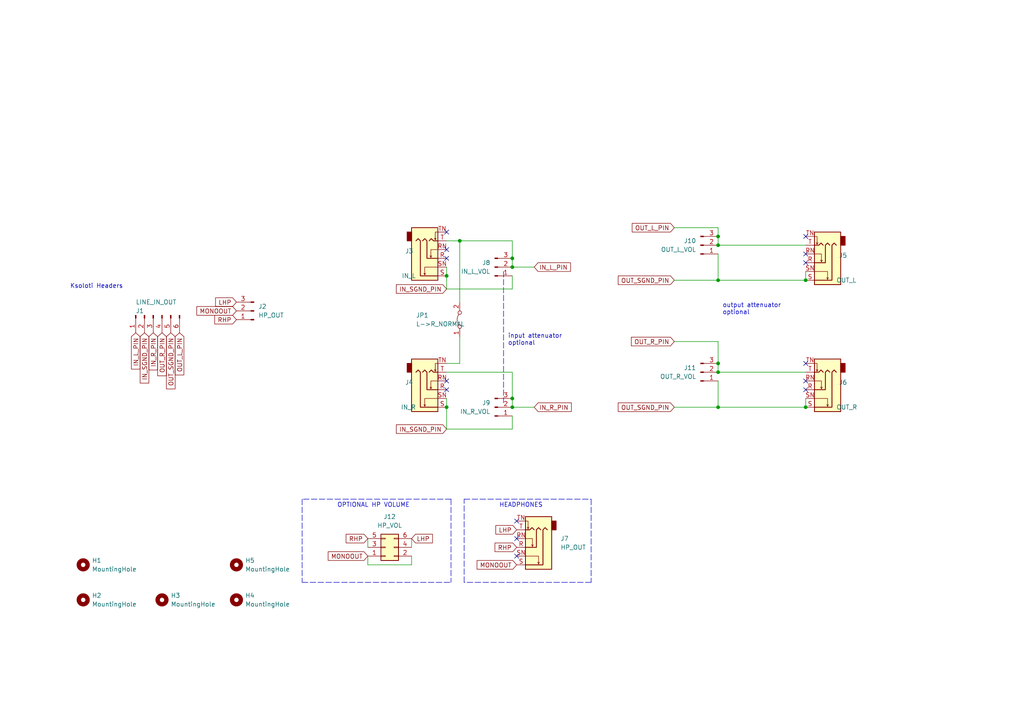
<source format=kicad_sch>
(kicad_sch (version 20211123) (generator eeschema)
  (paper "A4")
  (lib_symbols
    (symbol "Connector:AudioJack3_Switch"
      (property "Reference" "J" (at 0 11.43 0))
      (property "Value" "AudioJack3_Switch" (at 0 8.89 0))
      (symbol "AudioJack3_Switch_0_1"
        (rectangle (start -5.08 -5.08) (end -6.35 -7.62) (stroke (width 0.254)) (fill (type outline)))
        (polyline (pts (xy -1.27 4.826) (xy -1.016 4.318)))
        (polyline (pts (xy 0.508 -0.254) (xy 0.762 -0.762)))
        (polyline (pts (xy 1.778 -5.334) (xy 2.032 -5.842)))
        (polyline (pts (xy 0 -5.08) (xy 0.635 -5.715) (xy 1.27 -5.08) (xy 2.54 -5.08)) (stroke (width 0.254)))
        (polyline (pts (xy 2.54 -7.62) (xy 1.778 -7.62) (xy 1.778 -5.334) (xy 1.524 -5.842)))
        (polyline (pts (xy 2.54 -2.54) (xy 0.508 -2.54) (xy 0.508 -0.254) (xy 0.254 -0.762)))
        (polyline (pts (xy 2.54 2.54) (xy -1.27 2.54) (xy -1.27 4.826) (xy -1.524 4.318)))
        (polyline (pts (xy -1.905 -5.08) (xy -1.27 -5.715) (xy -0.635 -5.08) (xy -0.635 0) (xy 2.54 0)) (stroke (width 0.254)))
        (polyline (pts (xy 2.54 5.08) (xy -2.54 5.08) (xy -2.54 -5.08) (xy -3.175 -5.715) (xy -3.81 -5.08)) (stroke (width 0.254)))
        (rectangle (start 2.54 6.35) (end -5.08 -8.89) (stroke (width 0.254)) (fill (type background)))
      )
      (symbol "AudioJack3_Switch_1_1"
        (pin passive line (at 5.08 0 180) (length 2.54) (name "~") (number "R"))
        (pin passive line (at 5.08 -2.54 180) (length 2.54) (name "~") (number "RN"))
        (pin passive line (at 5.08 5.08 180) (length 2.54) (name "~") (number "S"))
        (pin passive line (at 5.08 2.54 180) (length 2.54) (name "~") (number "SN"))
        (pin passive line (at 5.08 -5.08 180) (length 2.54) (name "~") (number "T"))
        (pin passive line (at 5.08 -7.62 180) (length 2.54) (name "~") (number "TN"))
      )
    )
    (symbol "Connector:Conn_01x03_Male" (pin_names (offset 1.016) hide)
      (property "Reference" "J" (at 0 5.08 0))
      (property "Value" "Conn_01x03_Male" (at 0 -5.08 0))
      (symbol "Conn_01x03_Male_1_1"
        (polyline (pts (xy 1.27 -2.54) (xy 0.8636 -2.54)) (stroke (width 0.1524)))
        (polyline (pts (xy 1.27 0) (xy 0.8636 0)) (stroke (width 0.1524)))
        (polyline (pts (xy 1.27 2.54) (xy 0.8636 2.54)) (stroke (width 0.1524)))
        (rectangle (start 0.8636 -2.413) (end 0 -2.667) (stroke (width 0.1524)) (fill (type outline)))
        (rectangle (start 0.8636 0.127) (end 0 -0.127) (stroke (width 0.1524)) (fill (type outline)))
        (rectangle (start 0.8636 2.667) (end 0 2.413) (stroke (width 0.1524)) (fill (type outline)))
        (pin passive line (at 5.08 2.54 180) (length 3.81) (name "Pin_1") (number "1"))
        (pin passive line (at 5.08 0 180) (length 3.81) (name "Pin_2") (number "2"))
        (pin passive line (at 5.08 -2.54 180) (length 3.81) (name "Pin_3") (number "3"))
      )
    )
    (symbol "Connector:Conn_01x06_Male" (pin_names (offset 1.016) hide)
      (property "Reference" "J" (at 0 7.62 0))
      (property "Value" "Conn_01x06_Male" (at 0 -10.16 0))
      (symbol "Conn_01x06_Male_1_1"
        (polyline (pts (xy 1.27 -7.62) (xy 0.8636 -7.62)) (stroke (width 0.1524)))
        (polyline (pts (xy 1.27 -5.08) (xy 0.8636 -5.08)) (stroke (width 0.1524)))
        (polyline (pts (xy 1.27 -2.54) (xy 0.8636 -2.54)) (stroke (width 0.1524)))
        (polyline (pts (xy 1.27 0) (xy 0.8636 0)) (stroke (width 0.1524)))
        (polyline (pts (xy 1.27 2.54) (xy 0.8636 2.54)) (stroke (width 0.1524)))
        (polyline (pts (xy 1.27 5.08) (xy 0.8636 5.08)) (stroke (width 0.1524)))
        (rectangle (start 0.8636 -7.493) (end 0 -7.747) (stroke (width 0.1524)) (fill (type outline)))
        (rectangle (start 0.8636 -4.953) (end 0 -5.207) (stroke (width 0.1524)) (fill (type outline)))
        (rectangle (start 0.8636 -2.413) (end 0 -2.667) (stroke (width 0.1524)) (fill (type outline)))
        (rectangle (start 0.8636 0.127) (end 0 -0.127) (stroke (width 0.1524)) (fill (type outline)))
        (rectangle (start 0.8636 2.667) (end 0 2.413) (stroke (width 0.1524)) (fill (type outline)))
        (rectangle (start 0.8636 5.207) (end 0 4.953) (stroke (width 0.1524)) (fill (type outline)))
        (pin passive line (at 5.08 5.08 180) (length 3.81) (name "Pin_1") (number "1"))
        (pin passive line (at 5.08 2.54 180) (length 3.81) (name "Pin_2") (number "2"))
        (pin passive line (at 5.08 0 180) (length 3.81) (name "Pin_3") (number "3"))
        (pin passive line (at 5.08 -2.54 180) (length 3.81) (name "Pin_4") (number "4"))
        (pin passive line (at 5.08 -5.08 180) (length 3.81) (name "Pin_5") (number "5"))
        (pin passive line (at 5.08 -7.62 180) (length 3.81) (name "Pin_6") (number "6"))
      )
    )
    (symbol "Connector_Generic:Conn_02x03_Odd_Even" (pin_names (offset 1.016) hide)
      (property "Reference" "J" (at 1.27 5.08 0))
      (property "Value" "Conn_02x03_Odd_Even" (at 1.27 -5.08 0))
      (symbol "Conn_02x03_Odd_Even_1_1"
        (rectangle (start -1.27 -2.413) (end 0 -2.667) (stroke (width 0.1524)))
        (rectangle (start -1.27 0.127) (end 0 -0.127) (stroke (width 0.1524)))
        (rectangle (start -1.27 2.667) (end 0 2.413) (stroke (width 0.1524)))
        (rectangle (start -1.27 3.81) (end 3.81 -3.81) (stroke (width 0.254)) (fill (type background)))
        (rectangle (start 3.81 -2.413) (end 2.54 -2.667) (stroke (width 0.1524)))
        (rectangle (start 3.81 0.127) (end 2.54 -0.127) (stroke (width 0.1524)))
        (rectangle (start 3.81 2.667) (end 2.54 2.413) (stroke (width 0.1524)))
        (pin passive line (at -5.08 2.54 0) (length 3.81) (name "Pin_1") (number "1"))
        (pin passive line (at 7.62 2.54 180) (length 3.81) (name "Pin_2") (number "2"))
        (pin passive line (at -5.08 0 0) (length 3.81) (name "Pin_3") (number "3"))
        (pin passive line (at 7.62 0 180) (length 3.81) (name "Pin_4") (number "4"))
        (pin passive line (at -5.08 -2.54 0) (length 3.81) (name "Pin_5") (number "5"))
        (pin passive line (at 7.62 -2.54 180) (length 3.81) (name "Pin_6") (number "6"))
      )
    )
    (symbol "Jumper:Jumper_2_Bridged" (pin_names (offset 0) hide)
      (property "Reference" "JP" (at 0 1.905 0))
      (property "Value" "Jumper_2_Bridged" (at 0 -2.54 0))
      (symbol "Jumper_2_Bridged_0_0"
        (circle (center -2.032 0) (radius 0.508))
        (circle (center 2.032 0) (radius 0.508))
      )
      (symbol "Jumper_2_Bridged_0_1"
        (arc (start 1.524 0.254) (mid 0 0.762) (end -1.524 0.254))
      )
      (symbol "Jumper_2_Bridged_1_1"
        (pin passive line (at -5.08 0 0) (length 2.54) (name "A") (number "1"))
        (pin passive line (at 5.08 0 180) (length 2.54) (name "B") (number "2"))
      )
    )
    (symbol "Mechanical:MountingHole" (pin_names (offset 1.016))
      (property "Reference" "H" (at 0 5.08 0))
      (property "Value" "MountingHole" (at 0 3.175 0))
      (symbol "MountingHole_0_1"
        (circle (center 0 0) (radius 1.27) (stroke (width 1.27)))
      )
    )
  )
  (junction (at 233.68 81.28))
  (junction (at 129.54 118.11))
  (junction (at 208.28 81.28))
  (junction (at 148.59 77.47))
  (junction (at 208.28 118.11))
  (junction (at 148.59 74.93))
  (junction (at 148.59 118.11))
  (junction (at 129.54 80.01))
  (junction (at 208.28 105.41))
  (junction (at 208.28 71.12))
  (junction (at 133.35 69.85))
  (junction (at 208.28 68.58))
  (junction (at 233.68 118.11))
  (junction (at 148.59 115.57))
  (junction (at 208.28 107.95))
  (no_connect (at 233.68 68.58))
  (no_connect (at 129.54 113.03))
  (no_connect (at 129.54 72.39))
  (no_connect (at 233.68 113.03))
  (no_connect (at 129.54 110.49))
  (no_connect (at 233.68 73.66))
  (no_connect (at 129.54 74.93))
  (no_connect (at 233.68 76.2))
  (no_connect (at 149.86 161.29))
  (no_connect (at 233.68 105.41))
  (no_connect (at 149.86 156.21))
  (no_connect (at 149.86 151.13))
  (no_connect (at 233.68 110.49))
  (no_connect (at 129.54 67.31))
  (wire (pts (xy 195.58 99.06) (xy 208.28 99.06)))
  (wire (pts (xy 208.28 110.49) (xy 208.28 118.11)))
  (wire (pts (xy 129.54 115.57) (xy 129.54 118.11)))
  (wire (pts (xy 148.59 115.57) (xy 148.59 118.11)))
  (polyline (pts (xy 171.45 168.91) (xy 134.62 168.91)))
  (wire (pts (xy 233.68 78.74) (xy 233.68 81.28)))
  (wire (pts (xy 148.59 74.93) (xy 148.59 77.47)))
  (polyline (pts (xy 130.81 144.78) (xy 130.81 168.91)))
  (wire (pts (xy 133.35 105.41) (xy 129.54 105.41)))
  (wire (pts (xy 148.59 120.65) (xy 148.59 124.46)))
  (wire (pts (xy 119.38 161.29) (xy 119.38 163.83)))
  (wire (pts (xy 233.68 115.57) (xy 233.68 118.11)))
  (wire (pts (xy 129.54 69.85) (xy 133.35 69.85)))
  (polyline (pts (xy 87.63 144.78) (xy 87.63 168.91)))
  (wire (pts (xy 129.54 83.82) (xy 148.59 83.82)))
  (wire (pts (xy 129.54 107.95) (xy 148.59 107.95)))
  (wire (pts (xy 148.59 77.47) (xy 154.94 77.47)))
  (polyline (pts (xy 87.63 168.91) (xy 130.81 168.91)))
  (wire (pts (xy 133.35 69.85) (xy 133.35 87.63)))
  (polyline (pts (xy 134.62 144.78) (xy 171.45 144.78)))
  (wire (pts (xy 129.54 80.01) (xy 129.54 83.82)))
  (wire (pts (xy 119.38 156.21) (xy 119.38 158.75)))
  (wire (pts (xy 208.28 66.04) (xy 208.28 68.58)))
  (wire (pts (xy 148.59 83.82) (xy 148.59 80.01)))
  (polyline (pts (xy 171.45 144.78) (xy 171.45 168.91)))
  (wire (pts (xy 133.35 69.85) (xy 148.59 69.85)))
  (polyline (pts (xy 130.81 144.78) (xy 87.63 144.78)))
  (wire (pts (xy 148.59 69.85) (xy 148.59 74.93)))
  (wire (pts (xy 208.28 99.06) (xy 208.28 105.41)))
  (wire (pts (xy 195.58 66.04) (xy 208.28 66.04)))
  (wire (pts (xy 106.68 161.29) (xy 106.68 163.83)))
  (wire (pts (xy 106.68 163.83) (xy 119.38 163.83)))
  (wire (pts (xy 195.58 81.28) (xy 208.28 81.28)))
  (wire (pts (xy 133.35 97.79) (xy 133.35 105.41)))
  (polyline (pts (xy 146.05 78.74) (xy 146.05 116.84)))
  (wire (pts (xy 208.28 107.95) (xy 233.68 107.95)))
  (wire (pts (xy 129.54 77.47) (xy 129.54 80.01)))
  (wire (pts (xy 208.28 68.58) (xy 208.28 71.12)))
  (wire (pts (xy 208.28 81.28) (xy 233.68 81.28)))
  (wire (pts (xy 129.54 124.46) (xy 148.59 124.46)))
  (wire (pts (xy 208.28 71.12) (xy 233.68 71.12)))
  (wire (pts (xy 148.59 107.95) (xy 148.59 115.57)))
  (wire (pts (xy 106.68 156.21) (xy 106.68 158.75)))
  (polyline (pts (xy 134.62 168.91) (xy 134.62 144.78)))
  (wire (pts (xy 195.58 118.11) (xy 208.28 118.11)))
  (wire (pts (xy 208.28 118.11) (xy 233.68 118.11)))
  (wire (pts (xy 129.54 118.11) (xy 129.54 124.46)))
  (wire (pts (xy 208.28 105.41) (xy 208.28 107.95)))
  (wire (pts (xy 148.59 118.11) (xy 154.94 118.11)))
  (wire (pts (xy 208.28 73.66) (xy 208.28 81.28)))
  (text "OPTIONAL HP VOLUME" (at 97.79 147.32 0) (effects (font (size 1.27 1.27)) (justify left bottom)))
  (text "HEADPHONES" (at 144.78 147.32 0) (effects (font (size 1.27 1.27)) (justify left bottom)))
  (text "Ksoloti Headers" (at 20.32 83.82 0) (effects (font (size 1.27 1.27)) (justify left bottom)))
  (text "input attenuator\noptional" (at 147.32 100.33 0) (effects (font (size 1.27 1.27)) (justify left bottom)))
  (text "output attenuator\noptional" (at 209.55 91.44 0) (effects (font (size 1.27 1.27)) (justify left bottom)))
  (global_label "IN_SGND_PIN" (shape input) (at 129.54 83.82 180) (property "Intersheet References" "${INTERSHEET_REFS}" (effects hide)))
  (global_label "MONOOUT" (shape input) (at 106.68 161.29 180) (property "Intersheet References" "${INTERSHEET_REFS}" (effects hide)))
  (global_label "OUT_SGND_PIN" (shape input) (at 195.58 81.28 180) (property "Intersheet References" "${INTERSHEET_REFS}" (effects hide)))
  (global_label "LHP" (shape input) (at 68.58 87.63 180) (property "Intersheet References" "${INTERSHEET_REFS}" (effects hide)))
  (global_label "IN_SGND_PIN" (shape input) (at 41.91 96.52 270) (property "Intersheet References" "${INTERSHEET_REFS}" (effects hide)))
  (global_label "RHP" (shape input) (at 106.68 156.21 180) (property "Intersheet References" "${INTERSHEET_REFS}" (effects hide)))
  (global_label "IN_L_PIN" (shape input) (at 39.37 96.52 270) (property "Intersheet References" "${INTERSHEET_REFS}" (effects hide)))
  (global_label "OUT_SGND_PIN" (shape input) (at 49.53 96.52 270) (property "Intersheet References" "${INTERSHEET_REFS}" (effects hide)))
  (global_label "LHP" (shape input) (at 149.86 153.67 180) (property "Intersheet References" "${INTERSHEET_REFS}" (effects hide)))
  (global_label "RHP" (shape input) (at 68.58 92.71 180) (property "Intersheet References" "${INTERSHEET_REFS}" (effects hide)))
  (global_label "OUT_L_PIN" (shape input) (at 52.07 96.52 270) (property "Intersheet References" "${INTERSHEET_REFS}" (effects hide)))
  (global_label "RHP" (shape input) (at 149.86 158.75 180) (property "Intersheet References" "${INTERSHEET_REFS}" (effects hide)))
  (global_label "MONOOUT" (shape input) (at 149.86 163.83 180) (property "Intersheet References" "${INTERSHEET_REFS}" (effects hide)))
  (global_label "IN_SGND_PIN" (shape input) (at 129.54 124.46 180) (property "Intersheet References" "${INTERSHEET_REFS}" (effects hide)))
  (global_label "LHP" (shape input) (at 119.38 156.21 0) (property "Intersheet References" "${INTERSHEET_REFS}" (effects hide)))
  (global_label "IN_R_PIN" (shape input) (at 44.45 96.52 270) (property "Intersheet References" "${INTERSHEET_REFS}" (effects hide)))
  (global_label "OUT_R_PIN" (shape input) (at 195.58 99.06 180) (property "Intersheet References" "${INTERSHEET_REFS}" (effects hide)))
  (global_label "OUT_SGND_PIN" (shape input) (at 195.58 118.11 180) (property "Intersheet References" "${INTERSHEET_REFS}" (effects hide)))
  (global_label "OUT_L_PIN" (shape input) (at 195.58 66.04 180) (property "Intersheet References" "${INTERSHEET_REFS}" (effects hide)))
  (global_label "OUT_R_PIN" (shape input) (at 46.99 96.52 270) (property "Intersheet References" "${INTERSHEET_REFS}" (effects hide)))
  (global_label "MONOOUT" (shape input) (at 68.58 90.17 180) (property "Intersheet References" "${INTERSHEET_REFS}" (effects hide)))
  (global_label "IN_L_PIN" (shape input) (at 154.94 77.47 0) (property "Intersheet References" "${INTERSHEET_REFS}" (effects hide)))
  (global_label "IN_R_PIN" (shape input) (at 154.94 118.11 0) (property "Intersheet References" "${INTERSHEET_REFS}" (effects hide)))
  (symbol (lib_id "Mechanical:MountingHole") (at 68.58 163.83 0) (unit 1)
    (property "Reference" "H5" (at 71.12 162.5599 0) (effects (justify left)))
    (property "Value" "MountingHole" (at 71.12 165.0999 0) (effects (justify left)))
    (property "Footprint" "Library:MountingHole_3.2mm_M3_Pad_noVia_tight" (effects hide))
  )
  (symbol (lib_id "Mechanical:MountingHole") (at 68.58 173.99 0) (unit 1)
    (property "Reference" "H4" (at 71.12 172.7199 0) (effects (justify left)))
    (property "Value" "MountingHole" (at 71.12 175.2599 0) (effects (justify left)))
    (property "Footprint" "Library:MountingHole_3.2mm_M3_Pad_noVia_tight" (effects hide))
  )
  (symbol (lib_id "Connector:AudioJack3_Switch") (at 154.94 158.75 180) (unit 1)
    (property "Reference" "J7" (at 162.56 156.2099 0) (effects (justify right)))
    (property "Value" "HP_OUT" (at 162.56 158.7499 0) (effects (justify right)))
    (property "Footprint" "Library:Jack_6.35mm_Neutrik_NRJ6HF_Horizontal_no_screwhole" (effects hide))
  )
  (symbol (lib_id "Connector:Conn_01x03_Male") (at 73.66 90.17 180) (unit 1)
    (property "Reference" "J2" (at 74.93 88.8999 0) (effects (justify right)))
    (property "Value" "HP_OUT" (at 74.93 91.4399 0) (effects (justify right)))
    (property "Footprint" "Connector_PinHeader_2.54mm:PinHeader_1x03_P2.54mm_Vertical" (effects hide))
  )
  (symbol (lib_id "Connector:Conn_01x03_Male") (at 203.2 71.12 0) (mirror x) (unit 1)
    (property "Reference" "J10" (at 201.93 69.8499 0) (effects (justify right)))
    (property "Value" "OUT_L_VOL" (at 201.93 72.3899 0) (effects (justify right)))
    (property "Footprint" "Connector_PinHeader_2.54mm:PinHeader_1x03_P2.54mm_Vertical" (effects hide))
  )
  (symbol (lib_id "Mechanical:MountingHole") (at 24.13 173.99 0) (unit 1)
    (property "Reference" "H2" (at 26.67 172.7199 0) (effects (justify left)))
    (property "Value" "MountingHole" (at 26.67 175.2599 0) (effects (justify left)))
    (property "Footprint" "Library:MountingHole_3.2mm_M3_Pad_noVia_tight" (effects hide))
  )
  (symbol (lib_id "Connector:AudioJack3_Switch") (at 238.76 76.2 180) (unit 1)
    (property "Reference" "J5" (at 243.3319 74.0953 0) (effects (justify right)))
    (property "Value" "OUT_L" (at 242.57 81.28 0) (effects (justify right)))
    (property "Footprint" "Library:Jack_6.35mm_Neutrik_NRJ6HF_Horizontal_no_screwhole" (effects hide))
  )
  (symbol (lib_id "Jumper:Jumper_2_Bridged") (at 133.35 92.71 90) (unit 1)
    (property "Reference" "JP1" (at 120.65 91.44 90) (effects (justify right)))
    (property "Value" "L->R_NORMAL" (at 120.65 93.98 90) (effects (justify right)))
    (property "Footprint" "Library:SolderJumper-2_0603_Bridged_0_25mm" (effects hide))
  )
  (symbol (lib_id "Connector:AudioJack3_Switch") (at 124.46 113.03 0) (mirror x) (unit 1)
    (property "Reference" "J4" (at 119.8881 110.9253 0) (effects (justify right)))
    (property "Value" "IN_R" (at 120.65 118.11 0) (effects (justify right)))
    (property "Footprint" "Library:Jack_6.35mm_Neutrik_NRJ6HF_Horizontal_no_screwhole" (effects hide))
  )
  (symbol (lib_id "Connector:AudioJack3_Switch") (at 238.76 113.03 180) (unit 1)
    (property "Reference" "J6" (at 243.3319 110.9253 0) (effects (justify right)))
    (property "Value" "OUT_R" (at 242.57 118.11 0) (effects (justify right)))
    (property "Footprint" "Library:Jack_6.35mm_Neutrik_NRJ6HF_Horizontal_no_screwhole" (effects hide))
  )
  (symbol (lib_id "Connector:AudioJack3_Switch") (at 124.46 74.93 0) (mirror x) (unit 1)
    (property "Reference" "J3" (at 119.8881 72.8253 0) (effects (justify right)))
    (property "Value" "IN_L" (at 120.65 80.01 0) (effects (justify right)))
    (property "Footprint" "Library:Jack_6.35mm_Neutrik_NRJ6HF_Horizontal_no_screwhole" (effects hide))
  )
  (symbol (lib_id "Mechanical:MountingHole") (at 46.99 173.99 0) (unit 1)
    (property "Reference" "H3" (at 49.53 172.7199 0) (effects (justify left)))
    (property "Value" "MountingHole" (at 49.53 175.2599 0) (effects (justify left)))
    (property "Footprint" "Library:MountingHole_3.2mm_M3_Pad_noVia_tight" (effects hide))
  )
  (symbol (lib_id "Connector:Conn_01x06_Male") (at 44.45 91.44 90) (mirror x) (unit 1)
    (property "Reference" "J1" (at 39.37 90.17 90) (effects (justify right)))
    (property "Value" "LINE_IN_OUT" (at 39.37 87.63 90) (effects (justify right)))
    (property "Footprint" "Connector_PinHeader_2.54mm:PinHeader_1x06_P2.54mm_Vertical" (effects hide))
  )
  (symbol (lib_id "Connector_Generic:Conn_02x03_Odd_Even") (at 111.76 158.75 0) (mirror x) (unit 1)
    (property "Reference" "J12" (at 113.03 149.86 0))
    (property "Value" "HP_VOL" (at 113.03 152.4 0))
    (property "Footprint" "Connector_PinHeader_2.54mm:PinHeader_2x03_P2.54mm_Vertical" (effects hide))
  )
  (symbol (lib_id "Mechanical:MountingHole") (at 24.13 163.83 0) (unit 1)
    (property "Reference" "H1" (at 26.67 162.5599 0) (effects (justify left)))
    (property "Value" "MountingHole" (at 26.67 165.0999 0) (effects (justify left)))
    (property "Footprint" "Library:MountingHole_3.2mm_M3_Pad_noVia_tight" (effects hide))
  )
  (symbol (lib_id "Connector:Conn_01x03_Male") (at 143.51 77.47 0) (mirror x) (unit 1)
    (property "Reference" "J8" (at 142.24 76.1999 0) (effects (justify right)))
    (property "Value" "IN_L_VOL" (at 142.24 78.7399 0) (effects (justify right)))
    (property "Footprint" "Connector_PinHeader_2.54mm:PinHeader_1x03_P2.54mm_Vertical" (effects hide))
  )
  (symbol (lib_id "Connector:Conn_01x03_Male") (at 143.51 118.11 0) (mirror x) (unit 1)
    (property "Reference" "J9" (at 142.24 116.8399 0) (effects (justify right)))
    (property "Value" "IN_R_VOL" (at 142.24 119.3799 0) (effects (justify right)))
    (property "Footprint" "Connector_PinHeader_2.54mm:PinHeader_1x03_P2.54mm_Vertical" (effects hide))
  )
  (symbol (lib_id "Connector:Conn_01x03_Male") (at 203.2 107.95 0) (mirror x) (unit 1)
    (property "Reference" "J11" (at 201.93 106.6799 0) (effects (justify right)))
    (property "Value" "OUT_R_VOL" (at 201.93 109.2199 0) (effects (justify right)))
    (property "Footprint" "Connector_PinHeader_2.54mm:PinHeader_1x03_P2.54mm_Vertical" (effects hide))
  )
)
</source>
